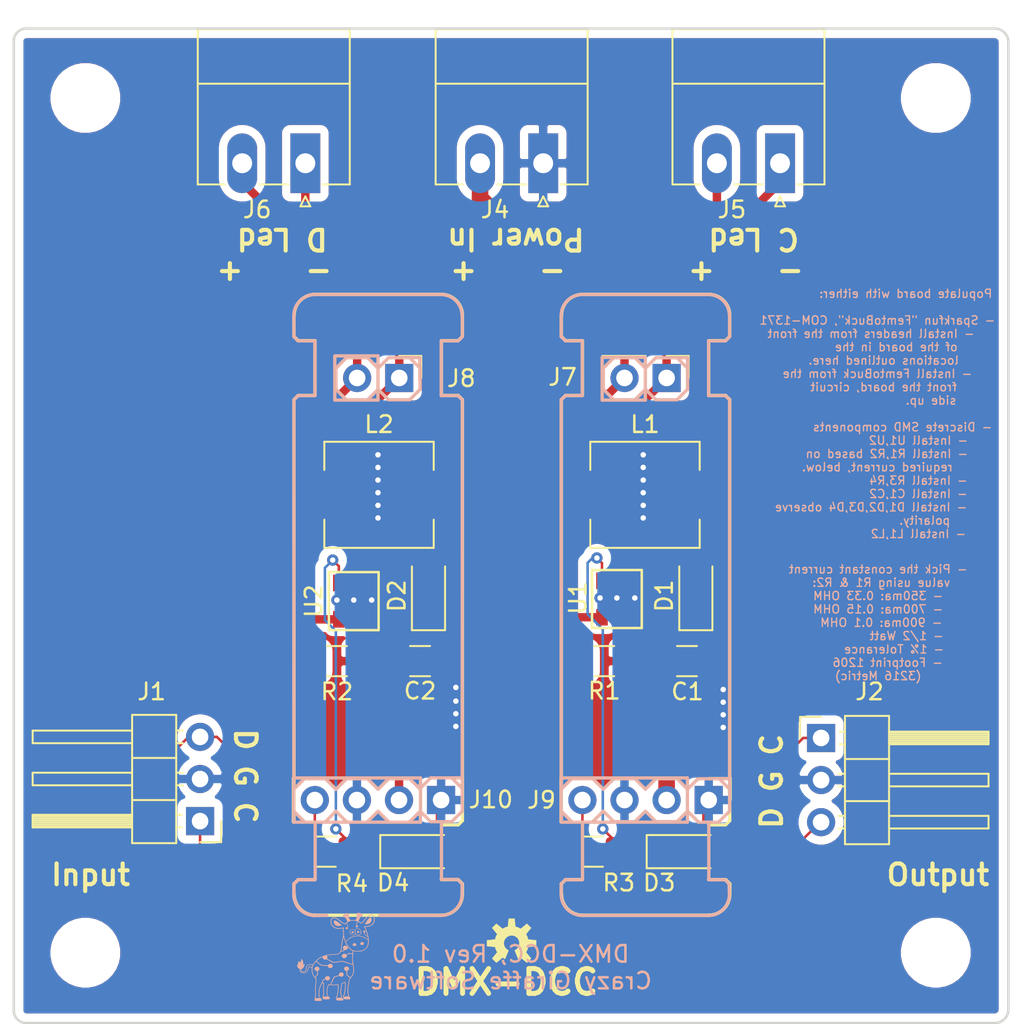
<source format=kicad_pcb>
(kicad_pcb (version 20171130) (host pcbnew "(5.1.12)-1")
  (title_block (title "DMX Demonstrator - Constant Current Driver (DMX-DCC)") (date 2024-02-02) (rev 1.0) (company "Crazy Giraffe Software") (comment 2 "Designed by: SparkyBobo") (comment 3 https://creativecommons.org/licenses/by-sa/4.0/) (comment 4 "Released under the Creative Commons Attribution Share-Alike 4.0 License"))
  (layers (0 F.Cu signal) (31 B.Cu signal) (34 B.Paste user) (35 F.Paste user) (36 B.SilkS user) (37 F.SilkS user) (38 B.Mask user) (39 F.Mask user) (44 Edge.Cuts user))
  (net 0 "")
  (net 1 "Net-(D1-Pad2)")
  (net 2 GND)
  (net 3 "Net-(J5-Pad1)")
  (net 4 "Net-(J6-Pad1)")
  (net 5 +VDC)
  (net 6 /C)
  (net 7 /D)
  (net 8 "Net-(D2-Pad2)")
  (net 9 "Net-(D4-Pad1)")
  (net 10 "Net-(J6-Pad2)")
  (net 11 "Net-(J5-Pad2)")
  (net 12 "Net-(D3-Pad1)")
  (module Resistor_SMD:R_1206_3216Metric_Pad1.42x1.75mm_HandSolder (layer F.Cu) (at 133.2484 110.236 180)
    (fp_text reference R4 (at -1.5748 -1.9304) (layer F.SilkS))
    (fp_text value 10k)
    (pad 2 smd roundrect (at 1.4875 0 180) (size 1.425 1.75) (layers F.Cu F.Paste F.Mask) (roundrect_rratio 0.175439) (net 7 /D))
    (pad 1 smd roundrect (at -1.4875 0 180) (size 1.425 1.75) (layers F.Cu F.Paste F.Mask) (roundrect_rratio 0.175439) (net 9 "Net-(D4-Pad1)"))
  )
  (module Resistor_SMD:R_1206_3216Metric_Pad1.42x1.75mm_HandSolder (layer F.Cu) (at 149.3663 110.236 180)
    (fp_text reference R3 (at -1.5605 -1.8796) (layer F.SilkS))
    (fp_text value 10k)
    (pad 2 smd roundrect (at 1.4875 0 180) (size 1.425 1.75) (layers F.Cu F.Paste F.Mask) (roundrect_rratio 0.175439) (net 6 /C))
    (pad 1 smd roundrect (at -1.4875 0 180) (size 1.425 1.75) (layers F.Cu F.Paste F.Mask) (roundrect_rratio 0.175439) (net 12 "Net-(D3-Pad1)"))
  )
  (module Diode_SMD:D_SOD-123F (layer F.Cu) (at 138.7348 110.236)
    (fp_text reference D4 (at -1.4224 1.8796) (layer F.SilkS))
    (fp_text value 3v)
    (pad 2 smd rect (at 1.4 0) (size 1.1 1.1) (layers F.Cu F.Paste F.Mask) (net 2 GND))
    (pad 1 smd rect (at -1.4 0) (size 1.1 1.1) (layers F.Cu F.Paste F.Mask) (net 9 "Net-(D4-Pad1)"))
  )
  (module Diode_SMD:D_SOD-123F (layer F.Cu) (at 154.81 110.236)
    (fp_text reference D3 (at -1.4448 1.8796) (layer F.SilkS))
    (fp_text value 3v)
    (pad 2 smd rect (at 1.4 0) (size 1.1 1.1) (layers F.Cu F.Paste F.Mask) (net 2 GND))
    (pad 1 smd rect (at -1.4 0) (size 1.1 1.1) (layers F.Cu F.Paste F.Mask) (net 12 "Net-(D3-Pad1)"))
  )
  (module Connector_PinHeader_2.54mm:PinHeader_1x03_P2.54mm_Horizontal (layer F.Cu) (at 163.1315 103.378)
    (fp_text reference J2 (at 2.921 -2.794 -180) (layer F.SilkS))
    (fp_text value Output)
    (pad 3 thru_hole oval (at 0 5.08) (size 1.7 1.7) (drill 1) (layers *.Cu *.Mask) (net 7 /D))
    (pad 2 thru_hole oval (at 0 2.54) (size 1.7 1.7) (drill 1) (layers *.Cu *.Mask) (net 2 GND))
    (pad 1 thru_hole rect (at 0 0) (size 1.7 1.7) (drill 1) (layers *.Cu *.Mask) (net 6 /C))
  )
  (module Connector_Phoenix_MC:PhoenixContact_MC_1,5_2-G-3.81_1x02_P3.81mm_Horizontal (layer F.Cu) (at 132.0165 68.707 180)
    (fp_text reference J6 (at 2.905 -2.8 180) (layer F.SilkS))
    (fp_text value "D Out")
    (pad 1 thru_hole rect (at 0 0 180) (size 1.8 3.6) (drill 1.2) (layers *.Cu *.Mask) (net 4 "Net-(J6-Pad1)"))
    (pad 2 thru_hole oval (at 3.81 0 180) (size 1.8 3.6) (drill 1.2) (layers *.Cu *.Mask) (net 10 "Net-(J6-Pad2)"))
  )
  (module Capacitor_SMD:C_1206_3216Metric_Pad1.42x1.75mm_HandSolder (layer F.Cu) (at 138.938 98.7425)
    (fp_text reference C2 (at 0 1.7995) (layer F.SilkS))
    (fp_text value 10uF)
    (pad 2 smd roundrect (at 1.4875 0) (size 1.425 1.75) (layers F.Cu F.Paste F.Mask) (roundrect_rratio 0.175439) (net 2 GND))
    (pad 1 smd roundrect (at -1.4875 0) (size 1.425 1.75) (layers F.Cu F.Paste F.Mask) (roundrect_rratio 0.175439) (net 5 +VDC))
  )
  (module Capacitor_SMD:C_1206_3216Metric_Pad1.42x1.75mm_HandSolder (layer F.Cu) (at 155.04 98.7425)
    (fp_text reference C1 (at 0.027 1.8415) (layer F.SilkS))
    (fp_text value 10uF)
    (pad 1 smd roundrect (at -1.4875 0) (size 1.425 1.75) (layers F.Cu F.Paste F.Mask) (roundrect_rratio 0.175439) (net 5 +VDC))
    (pad 2 smd roundrect (at 1.4875 0) (size 1.425 1.75) (layers F.Cu F.Paste F.Mask) (roundrect_rratio 0.175439) (net 2 GND))
  )
  (module Connector_PinHeader_2.54mm:PinHeader_1x02_P2.54mm_Vertical (layer F.Cu) (at 153.811751 81.660473 270)
    (fp_text reference J7 (at -0.050273 6.275851) (layer F.SilkS))
    (fp_text value "LED C")
    (pad 2 thru_hole oval (at 0 2.54 270) (size 1.7 1.7) (drill 1) (layers *.Cu *.Mask) (net 11 "Net-(J5-Pad2)"))
    (pad 1 thru_hole rect (at 0 0 270) (size 1.7 1.7) (drill 1) (layers *.Cu *.Mask) (net 3 "Net-(J5-Pad1)"))
  )
  (module Connector_PinHeader_2.54mm:PinHeader_1x02_P2.54mm_Vertical (layer F.Cu) (at 137.682751 81.660473 270)
    (fp_text reference J8 (at 0.025927 -3.744449) (layer F.SilkS))
    (fp_text value "LED D")
    (pad 1 thru_hole rect (at 0 0 270) (size 1.7 1.7) (drill 1) (layers *.Cu *.Mask) (net 4 "Net-(J6-Pad1)"))
    (pad 2 thru_hole oval (at 0 2.54 270) (size 1.7 1.7) (drill 1) (layers *.Cu *.Mask) (net 10 "Net-(J6-Pad2)"))
  )
  (module Connector_PinHeader_2.54mm:PinHeader_1x04_P2.54mm_Vertical (layer F.Cu) (at 140.208 107.1245 270)
    (fp_text reference J10 (at -0.0254 -2.9972) (layer F.SilkS))
    (fp_text value CTRL_D)
    (pad 4 thru_hole oval (at 0 7.62 270) (size 1.7 1.7) (drill 1) (layers *.Cu *.Mask) (net 7 /D))
    (pad 3 thru_hole oval (at 0 5.08 270) (size 1.7 1.7) (drill 1) (layers *.Cu *.Mask) (net 2 GND))
    (pad 2 thru_hole oval (at 0 2.54 270) (size 1.7 1.7) (drill 1) (layers *.Cu *.Mask) (net 5 +VDC))
    (pad 1 thru_hole rect (at 0 0 270) (size 1.7 1.7) (drill 1) (layers *.Cu *.Mask) (net 2 GND))
  )
  (module Connector_PinHeader_2.54mm:PinHeader_1x04_P2.54mm_Vertical (layer F.Cu) (at 156.351751 107.123973 270)
    (fp_text reference J9 (at 0 10.085851) (layer F.SilkS))
    (fp_text value CTRL_C)
    (pad 1 thru_hole rect (at 0 0 270) (size 1.7 1.7) (drill 1) (layers *.Cu *.Mask) (net 2 GND))
    (pad 2 thru_hole oval (at 0 2.54 270) (size 1.7 1.7) (drill 1) (layers *.Cu *.Mask) (net 5 +VDC))
    (pad 3 thru_hole oval (at 0 5.08 270) (size 1.7 1.7) (drill 1) (layers *.Cu *.Mask) (net 2 GND))
    (pad 4 thru_hole oval (at 0 7.62 270) (size 1.7 1.7) (drill 1) (layers *.Cu *.Mask) (net 6 /C))
  )
  (module Diode_SMD:D_SOD-123F (layer F.Cu) (at 139.446 94.6785 90)
    (fp_text reference D2 (at -0.127 -1.905 90) (layer F.SilkS))
    (fp_text value SDM2100)
    (pad 1 smd rect (at -1.4 0 90) (size 1.1 1.1) (layers F.Cu F.Paste F.Mask) (net 5 +VDC))
    (pad 2 smd rect (at 1.4 0 90) (size 1.1 1.1) (layers F.Cu F.Paste F.Mask) (net 8 "Net-(D2-Pad2)"))
  )
  (module Diode_SMD:D_SOD-123F (layer F.Cu) (at 155.575 94.6785 90)
    (fp_text reference D1 (at -0.127 -1.905 90) (layer F.SilkS))
    (fp_text value SDM2100)
    (pad 1 smd rect (at -1.4 0 90) (size 1.1 1.1) (layers F.Cu F.Paste F.Mask) (net 5 +VDC))
    (pad 2 smd rect (at 1.4 0 90) (size 1.1 1.1) (layers F.Cu F.Paste F.Mask) (net 1 "Net-(D1-Pad2)"))
  )
  (module Inductor_SMD:L_6.3x6.3_H3 (layer F.Cu) (at 136.4615 88.7095 180)
    (fp_text reference L2 (at 0 4.2495 180) (layer F.SilkS))
    (fp_text value 33uH)
    (pad 2 smd rect (at 2.75 0 180) (size 1.5 2.4) (layers F.Cu F.Paste F.Mask) (net 4 "Net-(J6-Pad1)"))
    (pad 1 smd rect (at -2.75 0 180) (size 1.5 2.4) (layers F.Cu F.Paste F.Mask) (net 8 "Net-(D2-Pad2)"))
  )
  (module Inductor_SMD:L_6.3x6.3_H3 (layer F.Cu) (at 152.5075 88.7095 180)
    (fp_text reference L1 (at 0 4.2495 180) (layer F.SilkS))
    (fp_text value 33uH)
    (pad 1 smd rect (at -2.75 0 180) (size 1.5 2.4) (layers F.Cu F.Paste F.Mask) (net 1 "Net-(D1-Pad2)"))
    (pad 2 smd rect (at 2.75 0 180) (size 1.5 2.4) (layers F.Cu F.Paste F.Mask) (net 3 "Net-(J5-Pad1)"))
  )
  (module Resistor_SMD:R_1206_3216Metric_Pad1.42x1.75mm_HandSolder (layer F.Cu) (at 133.9215 98.7425)
    (fp_text reference R2 (at 0 1.8415) (layer F.SilkS))
    (fp_text value 0.1)
    (pad 1 smd roundrect (at -1.4875 0) (size 1.425 1.75) (layers F.Cu F.Paste F.Mask) (roundrect_rratio 0.175439) (net 10 "Net-(J6-Pad2)"))
    (pad 2 smd roundrect (at 1.4875 0) (size 1.425 1.75) (layers F.Cu F.Paste F.Mask) (roundrect_rratio 0.175439) (net 5 +VDC))
  )
  (module Resistor_SMD:R_1206_3216Metric_Pad1.42x1.75mm_HandSolder (layer F.Cu) (at 150.0505 98.7425)
    (fp_text reference R1 (at 0 1.7995) (layer F.SilkS))
    (fp_text value 0.1)
    (pad 2 smd roundrect (at 1.4875 0) (size 1.425 1.75) (layers F.Cu F.Paste F.Mask) (roundrect_rratio 0.175439) (net 5 +VDC))
    (pad 1 smd roundrect (at -1.4875 0) (size 1.425 1.75) (layers F.Cu F.Paste F.Mask) (roundrect_rratio 0.175439) (net 11 "Net-(J5-Pad2)"))
  )
  (module footprints:TSOT25 (layer F.Cu) (at 150.8125 94.996 180)
    (fp_text reference U1 (at 2.3495 0.0635 270) (layer F.SilkS))
    (fp_text value AL8861)
    (pad 5 smd rect (at -0.9 -1.1 180) (size 0.7 1) (layers F.Cu F.Paste F.Mask) (net 5 +VDC))
    (pad 4 smd rect (at 0.9 -1.1 180) (size 0.7 1) (layers F.Cu F.Paste F.Mask) (net 11 "Net-(J5-Pad2)"))
    (pad 3 smd rect (at 0.9 1.1 180) (size 0.7 1) (layers F.Cu F.Paste F.Mask) (net 12 "Net-(D3-Pad1)"))
    (pad 2 smd rect (at 0 1.1 180) (size 0.7 1) (layers F.Cu F.Paste F.Mask) (net 2 GND))
    (pad 1 smd rect (at -0.9 1.1 180) (size 0.7 1) (layers F.Cu F.Paste F.Mask) (net 1 "Net-(D1-Pad2)"))
  )
  (module footprints:TSOT25 (layer F.Cu) (at 134.9375 95.123 180)
    (fp_text reference U2 (at 2.413 0 270) (layer F.SilkS))
    (fp_text value AL8861)
    (pad 1 smd rect (at -0.9 1.1 180) (size 0.7 1) (layers F.Cu F.Paste F.Mask) (net 8 "Net-(D2-Pad2)"))
    (pad 2 smd rect (at 0 1.1 180) (size 0.7 1) (layers F.Cu F.Paste F.Mask) (net 2 GND))
    (pad 3 smd rect (at 0.9 1.1 180) (size 0.7 1) (layers F.Cu F.Paste F.Mask) (net 9 "Net-(D4-Pad1)"))
    (pad 4 smd rect (at 0.9 -1.1 180) (size 0.7 1) (layers F.Cu F.Paste F.Mask) (net 10 "Net-(J6-Pad2)"))
    (pad 5 smd rect (at -0.9 -1.1 180) (size 0.7 1) (layers F.Cu F.Paste F.Mask) (net 5 +VDC))
  )
  (module Connector_Phoenix_MC:PhoenixContact_MC_1,5_2-G-3.81_1x02_P3.81mm_Horizontal (layer F.Cu) (at 160.655 68.707 180)
    (fp_text reference J5 (at 2.905 -2.8 180) (layer F.SilkS))
    (fp_text value "C Out")
    (pad 2 thru_hole oval (at 3.81 0 180) (size 1.8 3.6) (drill 1.2) (layers *.Cu *.Mask) (net 11 "Net-(J5-Pad2)"))
    (pad 1 thru_hole rect (at 0 0 180) (size 1.8 3.6) (drill 1.2) (layers *.Cu *.Mask) (net 3 "Net-(J5-Pad1)"))
  )
  (module Connector_Phoenix_MC:PhoenixContact_MC_1,5_2-G-3.81_1x02_P3.81mm_Horizontal (layer F.Cu) (at 146.3675 68.707 180)
    (fp_text reference J4 (at 2.905 -2.8 180) (layer F.SilkS))
    (fp_text value Power)
    (pad 1 thru_hole rect (at 0 0 180) (size 1.8 3.6) (drill 1.2) (layers *.Cu *.Mask) (net 2 GND))
    (pad 2 thru_hole oval (at 3.81 0 180) (size 1.8 3.6) (drill 1.2) (layers *.Cu *.Mask) (net 5 +VDC))
  )
  (module Connector_PinHeader_2.54mm:PinHeader_1x03_P2.54mm_Horizontal (layer F.Cu) (at 125.6665 108.3945 180)
    (fp_text reference J1 (at 2.921 7.8105) (layer F.SilkS))
    (fp_text value Input)
    (pad 1 thru_hole rect (at 0 0 180) (size 1.7 1.7) (drill 1) (layers *.Cu *.Mask) (net 6 /C))
    (pad 2 thru_hole oval (at 0 2.54 180) (size 1.7 1.7) (drill 1) (layers *.Cu *.Mask) (net 2 GND))
    (pad 3 thru_hole oval (at 0 5.08 180) (size 1.7 1.7) (drill 1) (layers *.Cu *.Mask) (net 7 /D))
  )
  (module MountingHole:MountingHole_3.2mm_M3 (layer F.Cu) (at 170.053 64.77)
    (fp_text reference MH2 hide)
    (fp_text value MountingHole)
    (pad 1 np_thru_hole circle (at 0 0) (size 3.2 3.2) (drill 3.2) (layers *.Cu *.Mask))
  )
  (module MountingHole:MountingHole_3.2mm_M3 (layer F.Cu) (at 118.745 116.332 180)
    (fp_text reference MH3 hide)
    (fp_text value MountingHole)
    (pad 1 np_thru_hole circle (at 0 0 180) (size 3.2 3.2) (drill 3.2) (layers *.Cu *.Mask))
  )
  (module MountingHole:MountingHole_3.2mm_M3 (layer F.Cu) (at 170.053 116.332 180)
    (fp_text reference MH4 hide)
    (fp_text value MountingHole)
    (pad 1 np_thru_hole circle (at 0 0 180) (size 3.2 3.2) (drill 3.2) (layers *.Cu *.Mask))
  )
  (module MountingHole:MountingHole_3.2mm_M3 (layer F.Cu) (at 118.7459 64.77)
    (fp_text reference MH1 hide)
    (fp_text value MountingHole)
    (pad 1 np_thru_hole circle (at 0 0) (size 3.2 3.2) (drill 3.2) (layers *.Cu *.Mask))
  )
  (module Aesthetics:OSHW-LOGO-S (layer F.Cu) (at 144.4625 115.7605)
    (fp_text reference "" (at 0 0) (layer F.SilkS) (effects (font (size 1.524 1.524))))
    (fp_text value "" (at 0 0) (layer F.SilkS) (effects (font (size 1.524 1.524))))
  )
  (module footprints:logo_cr_5x5 (layer B.Cu) (at 133.858 116.586 180)
    (fp_text reference G*** hide)
    (fp_text value LOGO hide)
  )
  (gr_line (start 141.238751 111.922773) (end 140.222751 111.922773) (layer F.SilkS) (width 0.2))
  (gr_line (start 133.3119 114.0841) (end 132.4864 114.083334) (layer B.SilkS) (width 0.2))
  (gr_line (start 147.453055 107.794134) (end 148.088055 108.429134) (layer B.SilkS) (width 0.2))
  (gr_line (start 131.324055 107.794134) (end 131.959055 108.429134) (layer B.SilkS) (width 0.2))
  (gr_line (start 155.073055 80.438334) (end 154.438055 80.438334) (layer B.SilkS) (width 0.2))
  (gr_line (start 155.073055 81.073334) (end 155.073055 80.438334) (layer B.SilkS) (width 0.2))
  (gr_line (start 137.5918 80.4291) (end 138.9253 80.4291) (layer B.SilkS) (width 0.2))
  (gr_line (start 138.9253 80.4291) (end 138.9253 81.7626) (layer B.SilkS) (width 0.2))
  (gr_line (start 140.208 111.9124) (end 140.208 111.8616) (layer B.SilkS) (width 0.15))
  (gr_line (start 141.224 111.9124) (end 140.208 111.9124) (layer B.SilkS) (width 0.2))
  (gr_line (start 157.613055 107.7976) (end 157.613055 82.978334) (layer B.SilkS) (width 0.2))
  (gr_line (start 133.864055 107.794134) (end 134.499055 108.429134) (layer B.SilkS) (width 0.2))
  (gr_line (start 133.229055 108.429134) (end 133.864055 107.794134) (layer B.SilkS) (width 0.2))
  (gr_line (start 149.358055 108.429134) (end 149.993055 107.794134) (layer B.SilkS) (width 0.2))
  (gr_line (start 149.993055 107.794134) (end 150.628055 108.429134) (layer B.SilkS) (width 0.2))
  (gr_line (start 131.3434 105.791) (end 138.9634 105.791) (layer B.SilkS) (width 0.2))
  (gr_line (start 138.9634 108.458) (end 131.318 108.458) (layer B.SilkS) (width 0.2))
  (gr_line (start 138.9634 105.791) (end 138.9634 108.458) (layer B.SilkS) (width 0.2))
  (gr_text "Populate board with either:         \n\n- Sparkfun \"FemtoBuck\", COM-1371\n    - Install headers from the front  \nof the board in the      \nlocations outlined here.  \n    - Install FemtoBuck from the    \nfront the board, circuit  \nside up.                 \n\n- Discrete SMD components        \n  - Install U1,U2               \n  - Install R1,R2 based on     \nrequired current, below.\n  - Install R3,R4               \n  - Install C1,C2               \n  - Install D1,D2,D3,D4 observe\npolarity.               \n  - Install L1,L2               " (at 166.5224 83.82) (layer B.SilkS) (effects (font (size 0.5 0.5) (thickness 0.08)) (justify mirror)))
  (gr_line (start 156.3497 105.8418) (end 156.4132 105.8418) (layer B.SilkS) (width 0.2))
  (gr_line (start 155.067 108.458) (end 147.4724 108.458) (layer B.SilkS) (width 0.2))
  (gr_line (start 155.067 105.791) (end 155.067 108.458) (layer B.SilkS) (width 0.2))
  (gr_line (start 147.447 105.791) (end 155.067 105.791) (layer B.SilkS) (width 0.2))
  (gr_line (start 149.9235 82.9945) (end 149.9235 80.4164) (layer B.SilkS) (width 0.2))
  (gr_line (start 152.527 82.9945) (end 149.9235 82.9945) (layer B.SilkS) (width 0.2))
  (gr_line (start 152.527 80.4164) (end 152.527 82.9945) (layer B.SilkS) (width 0.2))
  (gr_line (start 149.9616 80.4164) (end 152.527 80.4164) (layer B.SilkS) (width 0.2))
  (gr_line (start 133.7945 82.9945) (end 133.7945 80.391) (layer B.SilkS) (width 0.2))
  (gr_line (start 136.398 82.9945) (end 133.7945 82.9945) (layer B.SilkS) (width 0.2))
  (gr_line (start 136.398 80.3275) (end 136.398 82.9945) (layer B.SilkS) (width 0.2))
  (gr_line (start 133.7945 80.3275) (end 136.398 80.3275) (layer B.SilkS) (width 0.2))
  (gr_line (start 155.708055 108.458) (end 156.978055 108.458) (layer B.SilkS) (width 0.2))
  (gr_line (start 154.438055 105.838334) (end 153.168055 105.838334) (layer B.SilkS) (width 0.2))
  (gr_line (start 151.898055 105.838334) (end 150.628055 105.838334) (layer B.SilkS) (width 0.2))
  (gr_line (start 155.073055 81.073334) (end 155.073055 82.343334) (layer B.SilkS) (width 0.2))
  (gr_line (start 157.613055 106.473334) (end 156.978055 105.838334) (layer B.SilkS) (width 0.2))
  (gr_line (start 152.533055 107.794134) (end 153.168055 108.429134) (layer B.SilkS) (width 0.2))
  (gr_line (start 155.708055 108.429134) (end 155.073055 107.794134) (layer B.SilkS) (width 0.2))
  (gr_line (start 151.898055 80.438334) (end 150.628055 80.438334) (layer B.SilkS) (width 0.2))
  (gr_line (start 154.438055 108.429134) (end 155.073055 107.794134) (layer B.SilkS) (width 0.2))
  (gr_line (start 153.168055 108.429134) (end 154.438055 108.429134) (layer B.SilkS) (width 0.2))
  (gr_line (start 156.978055 108.429134) (end 157.613055 107.794134) (layer B.SilkS) (width 0.2))
  (gr_line (start 149.993055 106.473334) (end 149.358055 105.838334) (layer B.SilkS) (width 0.2))
  (gr_line (start 149.993055 81.073334) (end 149.993055 82.343334) (layer B.SilkS) (width 0.2))
  (gr_line (start 153.168055 105.838334) (end 152.533055 106.473334) (layer B.SilkS) (width 0.2))
  (gr_line (start 153.168055 82.978334) (end 154.438055 82.978334) (layer B.SilkS) (width 0.2))
  (gr_line (start 150.628055 108.429134) (end 151.898055 108.429134) (layer B.SilkS) (width 0.2))
  (gr_line (start 150.628055 80.438334) (end 149.993055 81.073334) (layer B.SilkS) (width 0.2))
  (gr_line (start 151.898055 82.978334) (end 152.533055 82.343334) (layer B.SilkS) (width 0.2))
  (gr_line (start 150.628055 82.978334) (end 151.898055 82.978334) (layer B.SilkS) (width 0.2))
  (gr_line (start 149.993055 82.343334) (end 150.628055 82.978334) (layer B.SilkS) (width 0.2))
  (gr_line (start 150.628055 105.838334) (end 149.993055 106.473334) (layer B.SilkS) (width 0.2))
  (gr_line (start 154.438055 80.438334) (end 155.073055 81.073334) (layer B.SilkS) (width 0.2))
  (gr_line (start 147.453055 106.473334) (end 148.088055 105.838334) (layer B.SilkS) (width 0.2))
  (gr_line (start 152.533055 81.073334) (end 151.898055 80.438334) (layer B.SilkS) (width 0.2))
  (gr_line (start 155.073055 82.343334) (end 154.438055 82.978334) (layer B.SilkS) (width 0.2))
  (gr_line (start 157.5816 105.838334) (end 155.708055 105.838334) (layer B.SilkS) (width 0.2))
  (gr_line (start 152.533055 82.343334) (end 153.168055 82.978334) (layer B.SilkS) (width 0.2))
  (gr_line (start 151.898055 108.429134) (end 152.533055 107.794134) (layer B.SilkS) (width 0.2))
  (gr_line (start 155.073055 106.473334) (end 154.438055 105.838334) (layer B.SilkS) (width 0.2))
  (gr_line (start 152.533055 106.473334) (end 151.898055 105.838334) (layer B.SilkS) (width 0.2))
  (gr_line (start 155.073055 106.473334) (end 155.708055 105.838334) (layer B.SilkS) (width 0.2))
  (gr_line (start 153.168055 80.438334) (end 152.533055 81.073334) (layer B.SilkS) (width 0.2))
  (gr_line (start 154.438055 80.438334) (end 153.168055 80.438334) (layer B.SilkS) (width 0.2))
  (gr_line (start 149.358055 105.838334) (end 148.088055 105.838334) (layer B.SilkS) (width 0.2))
  (gr_line (start 156.357806 108.458) (end 156.357806 111.898561) (layer B.SilkS) (width 0.2))
  (gr_line (start 148.737806 111.898561) (end 148.737806 111.835061) (layer B.SilkS) (width 0.2))
  (gr_line (start 148.737806 108.458) (end 148.737806 111.898561) (layer B.SilkS) (width 0.2))
  (gr_line (start 132.608806 108.458) (end 132.608806 111.898561) (layer B.SilkS) (width 0.2))
  (gr_line (start 140.228806 108.458) (end 140.228806 111.898561) (layer B.SilkS) (width 0.2))
  (gr_line (start 131.324055 112.188334) (end 131.578055 111.934334) (layer B.SilkS) (width 0.2))
  (gr_line (start 131.324055 112.823334) (end 131.324055 112.188334) (layer B.SilkS) (width 0.2))
  (gr_line (start 131.578055 111.934334) (end 132.594055 111.934334) (layer B.SilkS) (width 0.2))
  (gr_arc (start 132.594084 112.813305) (end 132.594055 114.083334) (angle 90) (layer B.SilkS) (width 0.2))
  (gr_line (start 147.453055 108.458) (end 147.453055 82.978334) (layer B.SilkS) (width 0.2))
  (gr_line (start 156.330555 114.083334) (end 148.723055 114.083334) (layer B.SilkS) (width 0.2))
  (gr_line (start 156.343055 79.422334) (end 157.359055 79.422334) (layer B.SilkS) (width 0.2))
  (gr_line (start 157.600555 112.813334) (end 157.5816 112.2172) (layer B.SilkS) (width 0.2))
  (gr_line (start 157.359055 111.934334) (end 156.3624 111.934334) (layer B.SilkS) (width 0.2))
  (gr_line (start 157.359055 79.422334) (end 157.613055 79.168334) (layer B.SilkS) (width 0.2))
  (gr_line (start 156.343055 82.724334) (end 156.343055 79.422334) (layer B.SilkS) (width 0.2))
  (gr_line (start 147.707055 79.422334) (end 147.453055 79.168334) (layer B.SilkS) (width 0.2))
  (gr_line (start 157.359055 82.724334) (end 156.343055 82.724334) (layer B.SilkS) (width 0.2))
  (gr_arc (start 156.330526 112.813305) (end 157.600555 112.813334) (angle 90) (layer B.SilkS) (width 0.2))
  (gr_line (start 157.5816 112.188334) (end 157.359055 111.934334) (layer B.SilkS) (width 0.2))
  (gr_line (start 147.453055 79.168334) (end 147.453055 77.898334) (layer B.SilkS) (width 0.2))
  (gr_line (start 157.613055 79.168334) (end 157.613055 77.898334) (layer B.SilkS) (width 0.2))
  (gr_line (start 157.613055 82.978334) (end 157.359055 82.724334) (layer B.SilkS) (width 0.2))
  (gr_line (start 148.723055 82.724334) (end 148.723055 79.422334) (layer B.SilkS) (width 0.2))
  (gr_line (start 147.453055 82.978334) (end 147.707055 82.724334) (layer B.SilkS) (width 0.2))
  (gr_line (start 148.723055 79.422334) (end 147.707055 79.422334) (layer B.SilkS) (width 0.2))
  (gr_line (start 147.453055 112.823334) (end 147.453055 112.188334) (layer B.SilkS) (width 0.2))
  (gr_line (start 147.707055 82.724334) (end 148.723055 82.724334) (layer B.SilkS) (width 0.2))
  (gr_line (start 147.453055 112.188334) (end 147.707055 111.934334) (layer B.SilkS) (width 0.2))
  (gr_arc (start 156.330526 77.898363) (end 156.330555 76.628334) (angle 90) (layer B.SilkS) (width 0.2))
  (gr_line (start 148.723055 76.628334) (end 156.330555 76.628334) (layer B.SilkS) (width 0.2))
  (gr_line (start 147.707055 111.934334) (end 148.723055 111.934334) (layer B.SilkS) (width 0.2))
  (gr_arc (start 148.723084 77.898363) (end 147.453055 77.898334) (angle 90) (layer B.SilkS) (width 0.2))
  (gr_arc (start 148.723084 112.813305) (end 148.723055 114.083334) (angle 90) (layer B.SilkS) (width 0.2))
  (gr_arc (start 140.201526 77.898363) (end 140.201555 76.628334) (angle 90) (layer B.SilkS) (width 0.2))
  (gr_line (start 132.594055 79.422334) (end 131.578055 79.422334) (layer B.SilkS) (width 0.2))
  (gr_line (start 136.404055 106.473334) (end 135.769055 105.838334) (layer B.SilkS) (width 0.2))
  (gr_line (start 138.944055 82.343334) (end 138.309055 82.978334) (layer B.SilkS) (width 0.2))
  (gr_line (start 141.230055 82.724334) (end 140.214055 82.724334) (layer B.SilkS) (width 0.2))
  (gr_line (start 132.594055 82.724334) (end 132.594055 79.422334) (layer B.SilkS) (width 0.2))
  (gr_line (start 136.404055 81.073334) (end 135.769055 80.438334) (layer B.SilkS) (width 0.2))
  (gr_line (start 140.201555 114.083334) (end 136.5123 114.0841) (layer B.SilkS) (width 0.2))
  (gr_arc (start 140.201526 112.813305) (end 141.471555 112.813334) (angle 90) (layer B.SilkS) (width 0.2))
  (gr_line (start 137.039055 105.838334) (end 136.404055 106.473334) (layer B.SilkS) (width 0.2))
  (gr_line (start 131.578055 82.724334) (end 132.594055 82.724334) (layer B.SilkS) (width 0.2))
  (gr_line (start 138.944055 106.473334) (end 138.309055 105.838334) (layer B.SilkS) (width 0.2))
  (gr_line (start 141.230055 79.422334) (end 141.484055 79.168334) (layer B.SilkS) (width 0.2))
  (gr_line (start 140.214055 79.422334) (end 141.230055 79.422334) (layer B.SilkS) (width 0.2))
  (gr_line (start 131.318 108.458) (end 131.324055 82.978334) (layer B.SilkS) (width 0.2))
  (gr_line (start 141.484055 79.168334) (end 141.484055 77.898334) (layer B.SilkS) (width 0.2))
  (gr_line (start 137.039055 82.978334) (end 138.309055 82.978334) (layer B.SilkS) (width 0.2))
  (gr_line (start 135.769055 82.978334) (end 136.404055 82.343334) (layer B.SilkS) (width 0.2))
  (gr_line (start 141.471555 112.813334) (end 141.478 112.188334) (layer B.SilkS) (width 0.2))
  (gr_line (start 137.039055 80.438334) (end 136.404055 81.073334) (layer B.SilkS) (width 0.2))
  (gr_line (start 136.404055 82.343334) (end 137.039055 82.978334) (layer B.SilkS) (width 0.2))
  (gr_line (start 133.229055 105.838334) (end 131.959055 105.838334) (layer B.SilkS) (width 0.2))
  (gr_line (start 138.944055 106.422534) (end 139.579055 105.787534) (layer B.SilkS) (width 0.2))
  (gr_line (start 133.864055 82.343334) (end 134.499055 82.978334) (layer B.SilkS) (width 0.2))
  (gr_line (start 141.478 105.787534) (end 139.579055 105.787534) (layer B.SilkS) (width 0.2))
  (gr_line (start 135.769055 108.429134) (end 136.404055 107.794134) (layer B.SilkS) (width 0.2))
  (gr_line (start 134.499055 105.838334) (end 133.864055 106.473334) (layer B.SilkS) (width 0.2))
  (gr_line (start 138.309055 80.438334) (end 138.944055 81.073334) (layer B.SilkS) (width 0.2))
  (gr_line (start 133.864055 81.073334) (end 133.864055 82.343334) (layer B.SilkS) (width 0.2))
  (gr_line (start 138.309055 80.438334) (end 137.039055 80.438334) (layer B.SilkS) (width 0.2))
  (gr_line (start 134.499055 80.438334) (end 133.864055 81.073334) (layer B.SilkS) (width 0.2))
  (gr_line (start 131.324055 106.473334) (end 131.959055 105.838334) (layer B.SilkS) (width 0.2))
  (gr_line (start 140.849055 108.429134) (end 141.484055 107.794134) (layer B.SilkS) (width 0.2))
  (gr_line (start 134.499055 82.978334) (end 135.769055 82.978334) (layer B.SilkS) (width 0.2))
  (gr_line (start 133.864055 106.473334) (end 133.229055 105.838334) (layer B.SilkS) (width 0.2))
  (gr_arc (start 132.594084 112.813305) (end 132.594055 114.083334) (angle 90) (layer B.SilkS) (width 0.2))
  (gr_line (start 132.594055 76.628334) (end 140.201555 76.628334) (layer B.SilkS) (width 0.2))
  (gr_line (start 131.324055 112.188334) (end 131.578055 111.934334) (layer B.SilkS) (width 0.2))
  (gr_line (start 131.324055 112.823334) (end 131.324055 112.188334) (layer B.SilkS) (width 0.2))
  (gr_line (start 140.214055 82.724334) (end 140.214055 79.422334) (layer B.SilkS) (width 0.2))
  (gr_line (start 131.324055 82.978334) (end 131.578055 82.724334) (layer B.SilkS) (width 0.2))
  (gr_arc (start 132.594084 77.898363) (end 131.324055 77.898334) (angle 90) (layer B.SilkS) (width 0.2))
  (gr_line (start 138.944055 81.073334) (end 138.944055 82.343334) (layer B.SilkS) (width 0.2))
  (gr_line (start 141.484055 82.978334) (end 141.230055 82.724334) (layer B.SilkS) (width 0.2))
  (gr_line (start 131.578055 111.934334) (end 132.594055 111.934334) (layer B.SilkS) (width 0.2))
  (gr_line (start 141.478 107.7976) (end 141.484055 82.978334) (layer B.SilkS) (width 0.2))
  (gr_line (start 135.769055 80.438334) (end 134.499055 80.438334) (layer B.SilkS) (width 0.2))
  (gr_line (start 136.404055 107.794134) (end 137.039055 108.429134) (layer B.SilkS) (width 0.2))
  (gr_line (start 138.309055 108.429134) (end 138.944055 107.794134) (layer B.SilkS) (width 0.2))
  (gr_line (start 139.579055 108.429134) (end 138.944055 107.794134) (layer B.SilkS) (width 0.2))
  (gr_line (start 135.769055 105.838334) (end 134.499055 105.838334) (layer B.SilkS) (width 0.2))
  (gr_line (start 131.578055 79.422334) (end 131.324055 79.168334) (layer B.SilkS) (width 0.2))
  (gr_line (start 131.324055 79.168334) (end 131.324055 77.898334) (layer B.SilkS) (width 0.2))
  (gr_line (start 141.484055 112.188334) (end 141.230055 111.934334) (layer B.SilkS) (width 0.2))
  (gr_line (start 138.309055 105.838334) (end 137.039055 105.838334) (layer B.SilkS) (width 0.2))
  (gr_line (start 139.579055 108.429134) (end 140.849055 108.429134) (layer B.SilkS) (width 0.2))
  (gr_line (start 141.484055 106.422534) (end 140.849055 105.787534) (layer B.SilkS) (width 0.2))
  (gr_line (start 157.621751 112.811773) (end 157.621751 112.176773) (layer F.SilkS) (width 0.2))
  (gr_line (start 157.621751 112.176773) (end 157.367751 111.922773) (layer F.SilkS) (width 0.2))
  (gr_line (start 157.367751 111.922773) (end 156.351751 111.922773) (layer F.SilkS) (width 0.2))
  (gr_arc (start 156.351722 112.801744) (end 156.351751 114.071773) (angle -90) (layer F.SilkS) (width 0.2))
  (gr_text "- Pick the constant current\nvalue using R1 & R2: \n- 350ma: 0.33 OHM\n- 700ma: 0.15 OHM\n- 900ma: 0.1 OHM \n- 1/2 Watt         \n- 1% Tolerance     \n- Footprint 1206   \n(3216 Metric)" (at 166.5732 96.4184) (layer B.SilkS) (effects (font (size 0.5 0.5) (thickness 0.08)) (justify mirror)))
  (gr_line (start 147.461751 108.366773) (end 147.461751 82.966773) (layer F.SilkS) (width 0.2))
  (gr_line (start 147.461751 112.176773) (end 147.715751 111.922773) (layer F.SilkS) (width 0.2))
  (gr_line (start 157.621751 79.156773) (end 157.621751 77.886773) (layer F.SilkS) (width 0.2))
  (gr_line (start 157.367751 79.410773) (end 157.621751 79.156773) (layer F.SilkS) (width 0.2))
  (gr_line (start 147.715751 111.922773) (end 148.731751 111.922773) (layer F.SilkS) (width 0.2))
  (gr_line (start 156.351751 108.620773) (end 157.367751 108.620773) (layer F.SilkS) (width 0.2))
  (gr_line (start 147.461751 79.156773) (end 147.461751 77.886773) (layer F.SilkS) (width 0.2))
  (gr_line (start 156.351751 82.712773) (end 156.351751 79.410773) (layer F.SilkS) (width 0.2))
  (gr_line (start 157.621751 108.366773) (end 157.621751 82.966773) (layer F.SilkS) (width 0.2))
  (gr_arc (start 148.74428 112.801744) (end 147.474251 112.801773) (angle -90) (layer F.SilkS) (width 0.2))
  (gr_line (start 157.367751 82.712773) (end 156.351751 82.712773) (layer F.SilkS) (width 0.2))
  (gr_line (start 147.715751 82.712773) (end 148.731751 82.712773) (layer F.SilkS) (width 0.2))
  (gr_line (start 148.744251 114.071773) (end 156.351751 114.071773) (layer F.SilkS) (width 0.2))
  (gr_line (start 148.731751 79.410773) (end 147.715751 79.410773) (layer F.SilkS) (width 0.2))
  (gr_line (start 156.351751 79.410773) (end 157.367751 79.410773) (layer F.SilkS) (width 0.2))
  (gr_arc (start 148.74428 77.886802) (end 148.744251 76.616773) (angle -90) (layer F.SilkS) (width 0.2))
  (gr_line (start 147.715751 79.410773) (end 147.461751 79.156773) (layer F.SilkS) (width 0.2))
  (gr_line (start 147.461751 112.811773) (end 147.461751 112.176773) (layer F.SilkS) (width 0.2))
  (gr_line (start 156.351751 76.616773) (end 148.744251 76.616773) (layer F.SilkS) (width 0.2))
  (gr_arc (start 156.351722 112.801744) (end 156.351751 114.071773) (angle -90) (layer F.SilkS) (width 0.2))
  (gr_line (start 147.461751 82.966773) (end 147.715751 82.712773) (layer F.SilkS) (width 0.2))
  (gr_line (start 148.731751 82.712773) (end 148.731751 79.410773) (layer F.SilkS) (width 0.2))
  (gr_line (start 157.621751 112.811773) (end 157.621751 112.176773) (layer F.SilkS) (width 0.2))
  (gr_line (start 157.367751 111.922773) (end 156.351751 111.922773) (layer F.SilkS) (width 0.2))
  (gr_arc (start 156.351722 77.886802) (end 157.621751 77.886773) (angle -90) (layer F.SilkS) (width 0.2))
  (gr_line (start 157.621751 82.966773) (end 157.367751 82.712773) (layer F.SilkS) (width 0.2))
  (gr_line (start 157.621751 112.176773) (end 157.367751 111.922773) (layer F.SilkS) (width 0.2))
  (gr_line (start 157.367751 108.620773) (end 157.621751 108.366773) (layer F.SilkS) (width 0.2))
  (gr_line (start 131.332751 82.966773) (end 131.586751 82.712773) (layer F.SilkS) (width 0.2))
  (gr_line (start 131.586751 82.712773) (end 132.602751 82.712773) (layer F.SilkS) (width 0.2))
  (gr_line (start 131.332751 112.811773) (end 131.332751 112.176773) (layer F.SilkS) (width 0.2))
  (gr_line (start 131.332751 108.366773) (end 131.332751 82.966773) (layer F.SilkS) (width 0.2))
  (gr_line (start 131.332751 79.156773) (end 131.332751 77.886773) (layer F.SilkS) (width 0.2))
  (gr_line (start 141.238751 79.410773) (end 141.492751 79.156773) (layer F.SilkS) (width 0.2))
  (gr_line (start 131.586751 79.410773) (end 131.332751 79.156773) (layer F.SilkS) (width 0.2))
  (gr_line (start 141.492751 79.156773) (end 141.492751 77.886773) (layer F.SilkS) (width 0.2))
  (gr_line (start 132.602751 79.410773) (end 131.586751 79.410773) (layer F.SilkS) (width 0.2))
  (gr_line (start 132.602751 82.712773) (end 132.602751 79.410773) (layer F.SilkS) (width 0.2))
  (gr_line (start 131.586751 111.922773) (end 132.602751 111.922773) (layer F.SilkS) (width 0.2))
  (gr_line (start 131.332751 112.176773) (end 131.586751 111.922773) (layer F.SilkS) (width 0.2))
  (gr_line (start 132.615251 114.071773) (end 140.222751 114.071773) (layer F.SilkS) (width 0.2))
  (gr_line (start 141.492751 108.366773) (end 141.492751 82.966773) (layer F.SilkS) (width 0.2))
  (gr_arc (start 132.61528 112.801744) (end 131.345251 112.801773) (angle -90) (layer F.SilkS) (width 0.2))
  (gr_line (start 140.222751 82.712773) (end 140.222751 79.410773) (layer F.SilkS) (width 0.2))
  (gr_line (start 141.492751 112.811773) (end 141.492751 112.176773) (layer F.SilkS) (width 0.2))
  (gr_line (start 140.222751 79.410773) (end 141.238751 79.410773) (layer F.SilkS) (width 0.2))
  (gr_line (start 140.222751 108.620773) (end 141.238751 108.620773) (layer F.SilkS) (width 0.2))
  (gr_line (start 141.238751 82.712773) (end 140.222751 82.712773) (layer F.SilkS) (width 0.2))
  (gr_line (start 140.222751 76.616773) (end 132.615251 76.616773) (layer F.SilkS) (width 0.2))
  (gr_arc (start 140.222722 112.801744) (end 140.222751 114.071773) (angle -90) (layer F.SilkS) (width 0.2))
  (gr_arc (start 132.61528 77.886802) (end 132.615251 76.616773) (angle -90) (layer F.SilkS) (width 0.2))
  (gr_arc (start 140.222722 77.886802) (end 141.492751 77.886773) (angle -90) (layer F.SilkS) (width 0.2))
  (gr_line (start 141.238751 108.620773) (end 141.492751 108.366773) (layer F.SilkS) (width 0.2))
  (gr_line (start 141.492751 112.176773) (end 141.238751 111.922773) (layer F.SilkS) (width 0.2))
  (gr_line (start 141.492751 82.966773) (end 141.238751 82.712773) (layer F.SilkS) (width 0.2))
  (gr_text " -    +\nD Led" (at 130.6195 74.295 180) (layer F.SilkS) (effects (font (size 1.25 1.25) (thickness 0.25))))
  (gr_text " -    +\nC Led" (at 159.0675 74.295 180) (layer F.SilkS) (effects (font (size 1.25 1.25) (thickness 0.25))))
  (gr_text " -    +\nPower In" (at 144.7165 74.295 180) (layer F.SilkS) (effects (font (size 1.25 1.25) (thickness 0.25))))
  (gr_arc (start 115.189 119.817) (end 114.427 119.817) (angle -90) (layer Edge.Cuts) (width 0.15))
  (gr_arc (start 173.609 119.761) (end 173.609 120.579) (angle -90) (layer Edge.Cuts) (width 0.15))
  (gr_arc (start 173.609 61.397) (end 174.427 61.397) (angle -90) (layer Edge.Cuts) (width 0.15))
  (gr_arc (start 115.189 61.341) (end 115.189 60.579) (angle -90) (layer Edge.Cuts) (width 0.15))
  (gr_text "DMX-DCC, Rev 1.0\nCrazy Giraffe Software" (at 144.399 117.221) (layer B.SilkS) (effects (font (size 1 1)) (justify mirror)))
  (gr_text DMX-DCC (at 144.145 118.11) (layer F.SilkS) (effects (font (size 1.5 1.5) (thickness 0.3))))
  (gr_line (start 115.189 60.579) (end 173.609 60.579) (layer Edge.Cuts) (width 0.15))
  (gr_line (start 115.189 120.579) (end 173.609 120.579) (layer Edge.Cuts) (width 0.15))
  (gr_line (start 174.427 61.397) (end 174.427 119.761) (layer Edge.Cuts) (width 0.15))
  (gr_line (start 114.427 119.817) (end 114.427 61.341) (layer Edge.Cuts) (width 0.15))
  (gr_text Output (at 170.18 111.633) (layer F.SilkS) (effects (font (size 1.25 1.25) (thickness 0.25))))
  (gr_text Input (at 119.0625 111.633) (layer F.SilkS) (effects (font (size 1.25 1.25) (thickness 0.25))))
  (gr_text "D G C" (at 160.147 105.9942 90) (layer F.SilkS) (effects (font (size 1.25 1.25) (thickness 0.25))))
  (gr_text "D G C" (at 128.397 105.6767 270) (layer F.SilkS) (effects (font (size 1.25 1.25) (thickness 0.25))))
  (segment (start 154.9575 93.896) (end 155.575 93.2785) (width 0.508) (layer F.Cu) (net 1))
  (segment (start 151.7125 93.896) (end 154.9575 93.896) (width 0.508) (layer F.Cu) (net 1))
  (segment (start 155.575 89.027) (end 155.2575 88.7095) (width 0.508) (layer F.Cu) (net 1))
  (segment (start 155.575 93.2785) (end 155.575 89.027) (width 0.508) (layer F.Cu) (net 1))
  (via (at 152.4 86.2965) (size 0.6858) (drill 0.3302) (layers F.Cu B.Cu) (net 2))
  (via (at 136.398 86.2965) (size 0.6858) (drill 0.3302) (layers F.Cu B.Cu) (net 2))
  (segment (start 152.4 90.678) (end 152.4 90.1065) (width 0.508) (layer F.Cu) (net 2))
  (segment (start 150.8125 93.896) (end 150.8125 92.2655) (width 0.508) (layer F.Cu) (net 2))
  (segment (start 150.8125 92.2655) (end 152.4 90.678) (width 0.508) (layer F.Cu) (net 2))
  (segment (start 157.226 99.441) (end 156.5275 98.7425) (width 0.508) (layer F.Cu) (net 2))
  (segment (start 156.351751 107.123973) (end 156.351751 106.665249) (width 0.508) (layer F.Cu) (net 2))
  (segment (start 141.097 99.414) (end 140.4255 98.7425) (width 0.508) (layer F.Cu) (net 2))
  (segment (start 152.4 87.0585) (end 152.4 86.2965) (width 0.508) (layer F.Cu) (net 2))
  (via (at 152.4 87.0585) (size 0.6858) (drill 0.3302) (layers F.Cu B.Cu) (net 2))
  (segment (start 152.4 87.8205) (end 152.4 87.0585) (width 0.508) (layer F.Cu) (net 2))
  (via (at 152.4 87.8205) (size 0.6858) (drill 0.3302) (layers F.Cu B.Cu) (net 2))
  (segment (start 152.4 88.5825) (end 152.4 87.8205) (width 0.508) (layer F.Cu) (net 2))
  (via (at 152.4 88.5825) (size 0.6858) (drill 0.3302) (layers F.Cu B.Cu) (net 2))
  (segment (start 152.4 89.3445) (end 152.4 88.5825) (width 0.508) (layer F.Cu) (net 2))
  (via (at 152.4 89.3445) (size 0.6858) (drill 0.3302) (layers F.Cu B.Cu) (net 2))
  (segment (start 152.4 90.1065) (end 152.4 89.3445) (width 0.508) (layer F.Cu) (net 2))
  (via (at 152.4 90.1065) (size 0.6858) (drill 0.3302) (layers F.Cu B.Cu) (net 2))
  (segment (start 136.398 87.0585) (end 136.398 86.2965) (width 0.508) (layer F.Cu) (net 2))
  (via (at 136.398 87.0585) (size 0.6858) (drill 0.3302) (layers F.Cu B.Cu) (net 2))
  (segment (start 136.398 87.8205) (end 136.398 87.0585) (width 0.508) (layer F.Cu) (net 2))
  (via (at 136.398 87.8205) (size 0.6858) (drill 0.3302) (layers F.Cu B.Cu) (net 2))
  (segment (start 136.398 88.5825) (end 136.398 87.8205) (width 0.508) (layer F.Cu) (net 2))
  (via (at 136.398 88.5825) (size 0.6858) (drill 0.3302) (layers F.Cu B.Cu) (net 2))
  (segment (start 136.398 89.3445) (end 136.398 88.5825) (width 0.508) (layer F.Cu) (net 2))
  (via (at 136.398 89.3445) (size 0.6858) (drill 0.3302) (layers F.Cu B.Cu) (net 2))
  (segment (start 136.398 90.1065) (end 136.398 89.3445) (width 0.508) (layer F.Cu) (net 2))
  (via (at 136.398 90.1065) (size 0.6858) (drill 0.3302) (layers F.Cu B.Cu) (net 2))
  (segment (start 134.9375 91.567) (end 136.398 90.1065) (width 0.508) (layer F.Cu) (net 2))
  (segment (start 134.9375 94.023) (end 134.9375 91.567) (width 0.508) (layer F.Cu) (net 2))
  (segment (start 141.097 100.33) (end 141.097 99.414) (width 0.508) (layer F.Cu) (net 2))
  (via (at 141.097 100.33) (size 0.6858) (drill 0.3302) (layers F.Cu B.Cu) (net 2))
  (segment (start 141.097 101.1555) (end 141.097 100.33) (width 0.508) (layer F.Cu) (net 2))
  (via (at 141.097 101.1555) (size 0.6858) (drill 0.3302) (layers F.Cu B.Cu) (net 2))
  (segment (start 141.097 101.9175) (end 141.097 101.1555) (width 0.508) (layer F.Cu) (net 2))
  (via (at 141.097 101.9175) (size 0.6858) (drill 0.3302) (layers F.Cu B.Cu) (net 2))
  (segment (start 141.097 102.6795) (end 141.097 101.9175) (width 0.508) (layer F.Cu) (net 2))
  (via (at 141.097 102.6795) (size 0.6858) (drill 0.3302) (layers F.Cu B.Cu) (net 2))
  (segment (start 157.226 100.457) (end 157.226 99.441) (width 0.508) (layer F.Cu) (net 2))
  (via (at 157.226 100.457) (size 0.6858) (drill 0.3302) (layers F.Cu B.Cu) (net 2))
  (segment (start 157.226 101.219) (end 157.226 100.457) (width 0.508) (layer F.Cu) (net 2))
  (via (at 157.226 101.219) (size 0.6858) (drill 0.3302) (layers F.Cu B.Cu) (net 2))
  (segment (start 157.226 101.981) (end 157.226 101.219) (width 0.508) (layer F.Cu) (net 2))
  (via (at 157.226 101.981) (size 0.6858) (drill 0.3302) (layers F.Cu B.Cu) (net 2))
  (segment (start 157.226 102.743) (end 157.226 101.981) (width 0.508) (layer F.Cu) (net 2))
  (via (at 157.226 102.743) (size 0.6858) (drill 0.3302) (layers F.Cu B.Cu) (net 2))
  (segment (start 134.9375 94.023) (end 134.9375 95.0595) (width 0.508) (layer F.Cu) (net 2))
  (segment (start 134.9375 95.0595) (end 133.9215 95.0595) (width 0.508) (layer F.Cu) (net 2))
  (segment (start 134.9375 95.0595) (end 136.017 95.0595) (width 0.508) (layer F.Cu) (net 2))
  (segment (start 133.9215 95.0595) (end 133.858 95.0595) (width 0.508) (layer F.Cu) (net 2))
  (via (at 133.9215 95.0595) (size 0.6858) (drill 0.3302) (layers F.Cu B.Cu) (net 2))
  (segment (start 134.9375 95.0595) (end 134.9375 95.0595) (width 0.508) (layer F.Cu) (net 2))
  (via (at 134.9375 95.0595) (size 0.6858) (drill 0.3302) (layers F.Cu B.Cu) (net 2))
  (segment (start 136.017 95.0595) (end 136.0805 95.0595) (width 0.508) (layer F.Cu) (net 2))
  (via (at 136.017 95.0595) (size 0.6858) (drill 0.3302) (layers F.Cu B.Cu) (net 2))
  (segment (start 150.8125 93.896) (end 150.8125 94.9325) (width 0.508) (layer F.Cu) (net 2))
  (segment (start 150.8125 94.9325) (end 151.892 94.9325) (width 0.508) (layer F.Cu) (net 2))
  (segment (start 150.8125 94.9325) (end 149.7965 94.9325) (width 0.508) (layer F.Cu) (net 2))
  (segment (start 150.8125 94.9325) (end 150.8125 94.9325) (width 0.508) (layer F.Cu) (net 2))
  (via (at 150.8125 94.9325) (size 0.6858) (drill 0.3302) (layers F.Cu B.Cu) (net 2))
  (segment (start 151.892 94.9325) (end 151.892 94.9325) (width 0.508) (layer F.Cu) (net 2))
  (via (at 151.892 94.9325) (size 0.6858) (drill 0.3302) (layers F.Cu B.Cu) (net 2))
  (segment (start 149.7965 94.9325) (end 149.733 94.9325) (width 0.508) (layer F.Cu) (net 2))
  (via (at 149.7965 94.9325) (size 0.6858) (drill 0.3302) (layers F.Cu B.Cu) (net 2))
  (segment (start 140.1348 107.1977) (end 140.208 107.1245) (width 0.508) (layer F.Cu) (net 2))
  (segment (start 140.1348 110.236) (end 140.1348 107.1977) (width 0.508) (layer F.Cu) (net 2))
  (segment (start 156.21 107.265724) (end 156.351751 107.123973) (width 0.508) (layer F.Cu) (net 2))
  (segment (start 156.21 110.236) (end 156.21 107.265724) (width 0.508) (layer F.Cu) (net 2))
  (segment (start 149.7575 85.714724) (end 153.811751 81.660473) (width 0.508) (layer F.Cu) (net 3))
  (segment (start 149.7575 88.7095) (end 149.7575 85.714724) (width 0.508) (layer F.Cu) (net 3))
  (segment (start 160.655 69.85) (end 160.655 68.707) (width 0.508) (layer F.Cu) (net 3))
  (segment (start 153.811751 81.660473) (end 153.811751 76.693249) (width 0.508) (layer F.Cu) (net 3))
  (segment (start 153.811751 76.693249) (end 160.655 69.85) (width 0.508) (layer F.Cu) (net 3))
  (segment (start 133.7115 85.631724) (end 137.682751 81.660473) (width 0.508) (layer F.Cu) (net 4))
  (segment (start 133.7115 88.7095) (end 133.7115 85.631724) (width 0.508) (layer F.Cu) (net 4))
  (segment (start 132.0165 71.3105) (end 132.0165 68.707) (width 0.508) (layer F.Cu) (net 4))
  (segment (start 137.682751 76.976751) (end 132.0165 71.3105) (width 0.508) (layer F.Cu) (net 4))
  (segment (start 137.682751 81.660473) (end 137.682751 76.976751) (width 0.508) (layer F.Cu) (net 4))
  (segment (start 153.684751 102.9335) (end 153.811751 103.0605) (width 0.508) (layer F.Cu) (net 5))
  (segment (start 153.811751 103.0605) (end 153.811751 99.001751) (width 1) (layer F.Cu) (net 5))
  (segment (start 153.811751 107.123973) (end 153.811751 103.0605) (width 1) (layer F.Cu) (net 5))
  (segment (start 137.668 102.9335) (end 137.668 98.96) (width 0.508) (layer F.Cu) (net 5))
  (segment (start 137.668 107.1245) (end 137.668 102.9335) (width 0.508) (layer F.Cu) (net 5))
  (segment (start 144.526 102.87) (end 144.5895 102.9335) (width 0.508) (layer F.Cu) (net 5))
  (segment (start 144.5895 102.9335) (end 153.684751 102.9335) (width 1) (layer F.Cu) (net 5))
  (segment (start 144.4655 96.0785) (end 144.526 96.139) (width 0.508) (layer F.Cu) (net 5))
  (segment (start 139.446 96.0785) (end 144.4655 96.0785) (width 1) (layer F.Cu) (net 5))
  (segment (start 144.526 96.139) (end 144.526 102.87) (width 1) (layer F.Cu) (net 5))
  (segment (start 144.526 72.771) (end 144.526 96.012) (width 1) (layer F.Cu) (net 5))
  (segment (start 142.5575 68.707) (end 142.5575 70.8025) (width 1) (layer F.Cu) (net 5))
  (segment (start 142.5575 70.8025) (end 144.526 72.771) (width 1) (layer F.Cu) (net 5))
  (segment (start 158.1785 112.776) (end 161.3535 109.601) (width 0.1524) (layer F.Cu) (net 6))
  (segment (start 161.3535 109.601) (end 161.3535 104.0765) (width 0.1524) (layer F.Cu) (net 6))
  (segment (start 156.6672 112.776) (end 158.1785 112.776) (width 0.1524) (layer F.Cu) (net 6))
  (segment (start 148.731751 109.383049) (end 147.8788 110.236) (width 0.1524) (layer F.Cu) (net 6))
  (segment (start 148.731751 107.123973) (end 148.731751 109.383049) (width 0.1524) (layer F.Cu) (net 6))
  (segment (start 147.8788 112.7252) (end 147.9296 112.776) (width 0.1524) (layer F.Cu) (net 6))
  (segment (start 147.8788 110.236) (end 147.8788 112.7252) (width 0.1524) (layer F.Cu) (net 6))
  (segment (start 147.9296 112.776) (end 156.6672 112.776) (width 0.1524) (layer F.Cu) (net 6))
  (segment (start 162.052 103.378) (end 161.3535 104.0765) (width 0.1524) (layer F.Cu) (net 6))
  (segment (start 163.1315 103.378) (end 162.052 103.378) (width 0.1524) (layer F.Cu) (net 6))
  (segment (start 127.762 112.776) (end 147.9296 112.776) (width 0.1524) (layer F.Cu) (net 6))
  (segment (start 125.6665 110.6805) (end 127.762 112.776) (width 0.1524) (layer F.Cu) (net 6))
  (segment (start 125.6665 108.3945) (end 125.6665 110.6805) (width 0.1524) (layer F.Cu) (net 6))
  (segment (start 132.60578 107.14228) (end 132.588 107.1245) (width 0.1524) (layer F.Cu) (net 7))
  (segment (start 132.588 109.4089) (end 131.7609 110.236) (width 0.1524) (layer F.Cu) (net 7))
  (segment (start 132.588 107.1245) (end 132.588 109.4089) (width 0.1524) (layer F.Cu) (net 7))
  (segment (start 127.3048 109.2708) (end 128.27 110.236) (width 0.1524) (layer F.Cu) (net 7))
  (segment (start 127.3048 103.9368) (end 127.3048 109.2708) (width 0.1524) (layer F.Cu) (net 7))
  (segment (start 126.6825 103.3145) (end 127.3048 103.9368) (width 0.1524) (layer F.Cu) (net 7))
  (segment (start 128.27 110.236) (end 131.7609 110.236) (width 0.1524) (layer F.Cu) (net 7))
  (segment (start 125.6665 103.3145) (end 126.6825 103.3145) (width 0.1524) (layer F.Cu) (net 7))
  (segment (start 124.968 103.3145) (end 125.6665 103.3145) (width 0.1524) (layer F.Cu) (net 7))
  (segment (start 124.206 104.0765) (end 124.968 103.3145) (width 0.1524) (layer F.Cu) (net 7))
  (segment (start 124.206 109.6772) (end 124.206 104.0765) (width 0.1524) (layer F.Cu) (net 7))
  (segment (start 127.6096 113.0808) (end 124.206 109.6772) (width 0.1524) (layer F.Cu) (net 7))
  (segment (start 163.068 108.458) (end 158.4452 113.0808) (width 0.1524) (layer F.Cu) (net 7))
  (segment (start 158.4452 113.0808) (end 127.6096 113.0808) (width 0.1524) (layer F.Cu) (net 7))
  (segment (start 163.1315 108.458) (end 163.068 108.458) (width 0.1524) (layer F.Cu) (net 7))
  (segment (start 138.7015 94.023) (end 139.446 93.2785) (width 0.508) (layer F.Cu) (net 8))
  (segment (start 135.8375 94.023) (end 138.7015 94.023) (width 0.508) (layer F.Cu) (net 8))
  (segment (start 139.446 88.944) (end 139.2115 88.7095) (width 0.508) (layer F.Cu) (net 8))
  (segment (start 139.446 93.2785) (end 139.446 88.944) (width 0.508) (layer F.Cu) (net 8))
  (segment (start 133.6675 92.6465) (end 134.0375 93.0165) (width 0.1524) (layer F.Cu) (net 9))
  (segment (start 134.0375 93.0165) (end 134.0375 94.023) (width 0.1524) (layer F.Cu) (net 9))
  (via (at 133.6675 92.6465) (size 0.6858) (drill 0.3302) (layers F.Cu B.Cu) (net 9))
  (segment (start 137.3348 110.236) (end 134.7359 110.236) (width 0.1524) (layer F.Cu) (net 9))
  (via (at 133.858 108.8644) (size 0.6858) (drill 0.3302) (layers F.Cu B.Cu) (net 9))
  (segment (start 134.7359 109.7423) (end 133.858 108.8644) (width 0.1524) (layer F.Cu) (net 9))
  (segment (start 134.7359 110.236) (end 134.7359 109.7423) (width 0.1524) (layer F.Cu) (net 9))
  (segment (start 133.1976 93.1164) (end 133.6675 92.6465) (width 0.1524) (layer B.Cu) (net 9))
  (segment (start 133.1976 96.266) (end 133.1976 93.1164) (width 0.1524) (layer B.Cu) (net 9))
  (segment (start 133.858 96.9264) (end 133.1976 96.266) (width 0.1524) (layer B.Cu) (net 9))
  (segment (start 133.858 108.8644) (end 133.858 96.9264) (width 0.1524) (layer B.Cu) (net 9))
  (segment (start 128.2065 69.85) (end 128.2065 68.707) (width 0.508) (layer F.Cu) (net 10))
  (segment (start 135.142751 81.660473) (end 135.142751 76.786251) (width 0.508) (layer F.Cu) (net 10))
  (segment (start 135.142751 76.786251) (end 128.2065 69.85) (width 0.508) (layer F.Cu) (net 10))
  (segment (start 132.08 84.723224) (end 135.142751 81.660473) (width 0.508) (layer F.Cu) (net 10))
  (segment (start 132.08 95.8485) (end 132.08 84.723224) (width 0.508) (layer F.Cu) (net 10))
  (segment (start 132.434 98.7425) (end 132.08 98.3885) (width 0.508) (layer F.Cu) (net 10))
  (segment (start 132.1738 96.223) (end 132.08 96.3168) (width 0.508) (layer F.Cu) (net 10))
  (segment (start 134.0375 96.223) (end 132.1738 96.223) (width 0.508) (layer F.Cu) (net 10))
  (segment (start 132.08 96.3168) (end 132.08 95.8485) (width 0.508) (layer F.Cu) (net 10))
  (segment (start 132.08 98.3885) (end 132.08 96.3168) (width 0.508) (layer F.Cu) (net 10))
  (segment (start 148.209 84.723224) (end 151.271751 81.660473) (width 0.508) (layer F.Cu) (net 11))
  (segment (start 148.563 98.7425) (end 148.309 98.4885) (width 0.508) (layer F.Cu) (net 11))
  (segment (start 148.309 98.4885) (end 148.209 98.4885) (width 0.508) (layer F.Cu) (net 11))
  (segment (start 148.2295 96.096) (end 148.209 96.0755) (width 0.508) (layer F.Cu) (net 11))
  (segment (start 149.9125 96.096) (end 148.2295 96.096) (width 0.508) (layer F.Cu) (net 11))
  (segment (start 148.209 98.4885) (end 148.209 96.0755) (width 0.508) (layer F.Cu) (net 11))
  (segment (start 148.209 96.0755) (end 148.209 84.723224) (width 0.508) (layer F.Cu) (net 11))
  (segment (start 156.845 71.501) (end 156.845 68.707) (width 0.508) (layer F.Cu) (net 11))
  (segment (start 151.271751 77.074249) (end 156.845 71.501) (width 0.508) (layer F.Cu) (net 11))
  (segment (start 151.271751 81.660473) (end 151.271751 77.074249) (width 0.508) (layer F.Cu) (net 11))
  (via (at 149.606 92.5195) (size 0.6858) (drill 0.3302) (layers F.Cu B.Cu) (net 12))
  (segment (start 149.9125 92.826) (end 149.9125 93.896) (width 0.1524) (layer F.Cu) (net 12))
  (segment (start 149.606 92.5195) (end 149.9125 92.826) (width 0.1524) (layer F.Cu) (net 12))
  (segment (start 153.41 110.236) (end 150.8538 110.236) (width 0.1524) (layer F.Cu) (net 12))
  (via (at 149.9616 108.8644) (size 0.6858) (drill 0.3302) (layers F.Cu B.Cu) (net 12))
  (segment (start 150.8538 109.7566) (end 149.9616 108.8644) (width 0.1524) (layer F.Cu) (net 12))
  (segment (start 150.8538 110.236) (end 150.8538 109.7566) (width 0.1524) (layer F.Cu) (net 12))
  (segment (start 149.3393 92.5195) (end 149.606 92.5195) (width 0.1524) (layer B.Cu) (net 12))
  (segment (start 149.0472 92.8116) (end 149.3393 92.5195) (width 0.1524) (layer B.Cu) (net 12))
  (segment (start 149.0472 95.9104) (end 149.0472 92.8116) (width 0.1524) (layer B.Cu) (net 12))
  (segment (start 149.9616 96.8248) (end 149.0472 95.9104) (width 0.1524) (layer B.Cu) (net 12))
  (segment (start 149.9616 108.8644) (end 149.9616 96.8248) (width 0.1524) (layer B.Cu) (net 12))
  (zone (net 2) (net_name GND) (layer B.Cu) (connect_pads (clearance 0.508)) (min_thickness 0.254) (fill yes (arc_segments 16) (thermal_gap 0.508) (thermal_bridge_width 0.508))
    (polygon (pts (xy 114.554 120.015) (xy 114.554 61.087) (xy 114.935 60.706) (xy 173.863 60.706) (xy 174.244 61.087) (xy 174.244 120.142) (xy 173.863 120.396) (xy 114.935 120.396)))
  )
  (zone (net 5) (net_name +VDC) (layer F.Cu) (priority 1) (connect_pads (clearance 0.508)) (min_thickness 0.254) (fill yes (arc_segments 16) (thermal_gap 0.508) (thermal_bridge_width 0.508))
    (polygon (pts (xy 157.48 76.581) (xy 157.607 108.5088) (xy 131.7625 108.5088) (xy 131.6355 76.5175)))
  )
  (zone (net 2) (net_name GND) (layer F.Cu) (connect_pads (clearance 0.508)) (min_thickness 0.254) (fill yes (arc_segments 16) (thermal_gap 0.508) (thermal_bridge_width 0.508))
    (polygon (pts (xy 114.554 120.015) (xy 114.554 61.087) (xy 114.935 60.706) (xy 173.863 60.706) (xy 174.244 61.087) (xy 174.244 120.142) (xy 173.863 120.396) (xy 114.935 120.396)))
  )
)
</source>
